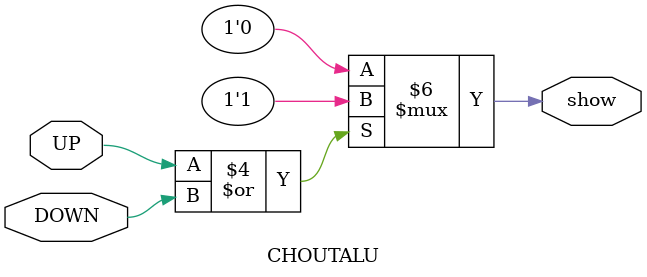
<source format=sv>
`timescale 1ns / 1ps

module CHOUTALU
(
    input logic UP,DOWN,
    output logic show
    );
    
     always_comb begin
        if (UP == 1'b1 | DOWN == 1'b1) begin
            show = 1;
        end else begin
            show = 0;
        end
        end
    
endmodule

</source>
